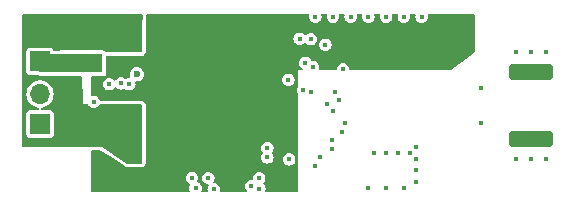
<source format=gbr>
%TF.GenerationSoftware,KiCad,Pcbnew,8.0.6-8.0.6-0~ubuntu24.04.1*%
%TF.CreationDate,2024-10-27T16:32:26+01:00*%
%TF.ProjectId,LoRa,4c6f5261-2e6b-4696-9361-645f70636258,rev?*%
%TF.SameCoordinates,Original*%
%TF.FileFunction,Copper,L4,Bot*%
%TF.FilePolarity,Positive*%
%FSLAX46Y46*%
G04 Gerber Fmt 4.6, Leading zero omitted, Abs format (unit mm)*
G04 Created by KiCad (PCBNEW 8.0.6-8.0.6-0~ubuntu24.04.1) date 2024-10-27 16:32:26*
%MOMM*%
%LPD*%
G01*
G04 APERTURE LIST*
G04 Aperture macros list*
%AMRoundRect*
0 Rectangle with rounded corners*
0 $1 Rounding radius*
0 $2 $3 $4 $5 $6 $7 $8 $9 X,Y pos of 4 corners*
0 Add a 4 corners polygon primitive as box body*
4,1,4,$2,$3,$4,$5,$6,$7,$8,$9,$2,$3,0*
0 Add four circle primitives for the rounded corners*
1,1,$1+$1,$2,$3*
1,1,$1+$1,$4,$5*
1,1,$1+$1,$6,$7*
1,1,$1+$1,$8,$9*
0 Add four rect primitives between the rounded corners*
20,1,$1+$1,$2,$3,$4,$5,0*
20,1,$1+$1,$4,$5,$6,$7,0*
20,1,$1+$1,$6,$7,$8,$9,0*
20,1,$1+$1,$8,$9,$2,$3,0*%
G04 Aperture macros list end*
%TA.AperFunction,ComponentPad*%
%ADD10R,1.700000X1.700000*%
%TD*%
%TA.AperFunction,ComponentPad*%
%ADD11O,1.700000X1.700000*%
%TD*%
%TA.AperFunction,SMDPad,CuDef*%
%ADD12RoundRect,0.250000X1.600000X-0.425000X1.600000X0.425000X-1.600000X0.425000X-1.600000X-0.425000X0*%
%TD*%
%TA.AperFunction,SMDPad,CuDef*%
%ADD13R,3.500000X1.600000*%
%TD*%
%TA.AperFunction,SMDPad,CuDef*%
%ADD14R,9.750000X12.200000*%
%TD*%
%TA.AperFunction,ViaPad*%
%ADD15C,0.600000*%
%TD*%
%TA.AperFunction,ViaPad*%
%ADD16C,0.450000*%
%TD*%
%TA.AperFunction,Conductor*%
%ADD17C,1.500000*%
%TD*%
G04 APERTURE END LIST*
D10*
%TO.P,J1,1,Pin_1*%
%TO.N,+5V*%
X98700000Y-73775000D03*
D11*
%TO.P,J1,2,Pin_2*%
%TO.N,GND*%
X98700000Y-71235000D03*
%TD*%
D10*
%TO.P,J2,1,Pin_1*%
%TO.N,UART0_TX*%
X98700000Y-79075000D03*
D11*
%TO.P,J2,2,Pin_2*%
%TO.N,UART0_RX*%
X98700000Y-76535000D03*
%TD*%
D12*
%TO.P,J6,2,Ext*%
%TO.N,GND*%
X140250000Y-74675000D03*
X140250000Y-80325000D03*
%TD*%
D13*
%TO.P,IC2,1,GND*%
%TO.N,GND*%
X102245000Y-79010000D03*
%TO.P,IC2,3,INPUT*%
%TO.N,+5V*%
X102245000Y-73930000D03*
D14*
%TO.P,IC2,4,OUTPUT*%
%TO.N,+3.3V*%
X112520000Y-76470000D03*
%TD*%
D15*
%TO.N,+3.3V*%
X114900000Y-70900000D03*
D16*
X116600000Y-79310000D03*
D15*
X135000000Y-72100000D03*
D16*
X106259670Y-83895738D03*
D15*
X135000000Y-70600000D03*
X113750000Y-72300000D03*
D16*
X118487500Y-84450000D03*
X106675000Y-84500000D03*
X103750000Y-76750000D03*
X103667500Y-82932500D03*
D15*
X113750000Y-72300000D03*
X135000000Y-71299997D03*
D16*
X103600000Y-81500000D03*
D15*
X114900000Y-70200000D03*
D16*
X103600000Y-82200000D03*
X106100000Y-84500000D03*
X103700000Y-75950000D03*
D15*
X135000000Y-72900000D03*
X113712500Y-70650000D03*
X112000000Y-79400000D03*
%TO.N,+5V*%
X101800000Y-73762500D03*
X100005000Y-73775000D03*
X100900000Y-73775000D03*
X102900000Y-73800000D03*
D16*
%TO.N,GND*%
X100500000Y-72500000D03*
X130500000Y-83000000D03*
X102500000Y-72500000D03*
X101000000Y-77500000D03*
X102000000Y-75500000D03*
X121150000Y-73900000D03*
X130500000Y-82000000D03*
X136000000Y-79000000D03*
X102500000Y-70000000D03*
X105500000Y-70000000D03*
X104000000Y-70000000D03*
X123500000Y-70000000D03*
X117950000Y-81900000D03*
X131000000Y-70000000D03*
X130500000Y-81000000D03*
X124500000Y-79000000D03*
X106750000Y-70000000D03*
X128000000Y-81500000D03*
X129000000Y-81500000D03*
X98000000Y-80500000D03*
X128000000Y-70000000D03*
X121800000Y-74230000D03*
X101000000Y-75500000D03*
X101500000Y-70000000D03*
X100500000Y-70000000D03*
X139000000Y-82000000D03*
X139000000Y-73000000D03*
X127000000Y-81500000D03*
X106950000Y-72650000D03*
X123500000Y-78000000D03*
X120680000Y-71840000D03*
X102000000Y-77500000D03*
X100000000Y-75500000D03*
X101000000Y-80500000D03*
X117950000Y-81100000D03*
X141500000Y-82000000D03*
X136000000Y-76000000D03*
X106960000Y-71230000D03*
X117250000Y-83670000D03*
X99500000Y-80500000D03*
X102000000Y-76500000D03*
X121610000Y-71890000D03*
X141500000Y-73000000D03*
X124254055Y-79748419D03*
X140250000Y-73000000D03*
X122000000Y-70000000D03*
X126500000Y-84500000D03*
X111560000Y-83630000D03*
X129500000Y-84500000D03*
X100500000Y-76500000D03*
X130000000Y-81500000D03*
X129500000Y-70000000D03*
X125000000Y-70000000D03*
X111862500Y-84500000D03*
X102500000Y-71000000D03*
X105550000Y-72650000D03*
X104150000Y-72450000D03*
X140250000Y-82000000D03*
X116570000Y-84320000D03*
X117270000Y-84560000D03*
X128000000Y-84500000D03*
X130500000Y-84000000D03*
X123000000Y-77374997D03*
X102500000Y-80500000D03*
X126500000Y-70000000D03*
%TO.N,Net-(IC1-DCC_FB)*%
X121600000Y-76400000D03*
X119792308Y-82070874D03*
%TO.N,+2V85*%
X122850000Y-72362500D03*
D15*
%TO.N,CSD*%
X106885000Y-74865000D03*
D16*
X124350000Y-74450000D03*
%TO.N,CRX*%
X124050000Y-77000000D03*
X113400000Y-84600000D03*
%TO.N,CTX*%
X123650000Y-76400000D03*
X119725736Y-75324264D03*
%TO.N,SX_MOSI*%
X122400000Y-81900000D03*
X104550000Y-75700000D03*
%TO.N,SX_MISO*%
X103246750Y-77201346D03*
X122000000Y-82600000D03*
%TO.N,SX_CS*%
X106251410Y-75701410D03*
X123400000Y-80450000D03*
%TO.N,SX_SCK*%
X105550000Y-75625002D03*
X123400000Y-81150000D03*
%TO.N,SX_NRES*%
X120981062Y-76201458D03*
X112950000Y-83650000D03*
%TD*%
D17*
%TO.N,+5V*%
X102245000Y-73930000D02*
X98855000Y-73930000D01*
X98855000Y-73930000D02*
X98700000Y-73775000D01*
%TD*%
%TA.AperFunction,Conductor*%
%TO.N,GND*%
G36*
X107343039Y-69770185D02*
G01*
X107388794Y-69822989D01*
X107400000Y-69874500D01*
X107400000Y-70154758D01*
X107389434Y-70204844D01*
X107347416Y-70300004D01*
X107347415Y-70300008D01*
X107344500Y-70325131D01*
X107344500Y-72876000D01*
X107324815Y-72943039D01*
X107272011Y-72988794D01*
X107220500Y-73000000D01*
X104341334Y-73000000D01*
X104274295Y-72980315D01*
X104253653Y-72963682D01*
X104233010Y-72943039D01*
X104167765Y-72877794D01*
X104147699Y-72868934D01*
X104064992Y-72832415D01*
X104039865Y-72829500D01*
X100450143Y-72829500D01*
X100450117Y-72829502D01*
X100425012Y-72832413D01*
X100425008Y-72832414D01*
X100342301Y-72868934D01*
X100292215Y-72879500D01*
X99939197Y-72879500D01*
X99872158Y-72859815D01*
X99826403Y-72807011D01*
X99825763Y-72805586D01*
X99802206Y-72752236D01*
X99802205Y-72752234D01*
X99722765Y-72672794D01*
X99619992Y-72627415D01*
X99594865Y-72624500D01*
X97805143Y-72624500D01*
X97805117Y-72624502D01*
X97780012Y-72627413D01*
X97780008Y-72627415D01*
X97677235Y-72672793D01*
X97597794Y-72752234D01*
X97552415Y-72855006D01*
X97552415Y-72855008D01*
X97549500Y-72880131D01*
X97549500Y-72899138D01*
X97529815Y-72966177D01*
X97513181Y-72986819D01*
X97500000Y-73000000D01*
X97500000Y-74750000D01*
X97500119Y-74750119D01*
X97566752Y-74769685D01*
X97588503Y-74790805D01*
X97589669Y-74789640D01*
X97597794Y-74797765D01*
X97677235Y-74877206D01*
X97780009Y-74922585D01*
X97805135Y-74925500D01*
X98488593Y-74925499D01*
X98536048Y-74934939D01*
X98548580Y-74940130D01*
X98751530Y-74980499D01*
X98751534Y-74980500D01*
X98751535Y-74980500D01*
X98958465Y-74980500D01*
X100292215Y-74980500D01*
X100342300Y-74991065D01*
X100425009Y-75027585D01*
X100450135Y-75030500D01*
X102135858Y-75030499D01*
X102202896Y-75050184D01*
X102248651Y-75102987D01*
X102259820Y-75151467D01*
X102303875Y-76952392D01*
X102314821Y-77399840D01*
X102677914Y-77400039D01*
X102744937Y-77419759D01*
X102785226Y-77462035D01*
X102787721Y-77466357D01*
X102787725Y-77466362D01*
X102787726Y-77466364D01*
X102871959Y-77576137D01*
X102981732Y-77660370D01*
X103109567Y-77713320D01*
X103232452Y-77729498D01*
X103246749Y-77731381D01*
X103246750Y-77731381D01*
X103246751Y-77731381D01*
X103259697Y-77729676D01*
X103383933Y-77713320D01*
X103511768Y-77660370D01*
X103621541Y-77576137D01*
X103705774Y-77466364D01*
X103705776Y-77466356D01*
X103707909Y-77462665D01*
X103710527Y-77460168D01*
X103710721Y-77459916D01*
X103710760Y-77459946D01*
X103758476Y-77414449D01*
X103815363Y-77400664D01*
X107220572Y-77402535D01*
X107287597Y-77422255D01*
X107333323Y-77475084D01*
X107344500Y-77526534D01*
X107344500Y-82323468D01*
X107324815Y-82390507D01*
X107272011Y-82436262D01*
X107219714Y-82447466D01*
X106154514Y-82440711D01*
X106087693Y-82420662D01*
X103903348Y-81000000D01*
X103790755Y-81000000D01*
X103743304Y-80990561D01*
X103737183Y-80988026D01*
X103668591Y-80978995D01*
X103600001Y-80969965D01*
X103599999Y-80969965D01*
X103531408Y-80978995D01*
X103462817Y-80988026D01*
X103456695Y-80990561D01*
X103409245Y-81000000D01*
X97324500Y-81000000D01*
X97257461Y-80980315D01*
X97211706Y-80927511D01*
X97200500Y-80876000D01*
X97200500Y-76535000D01*
X97544571Y-76535000D01*
X97564244Y-76747310D01*
X97618025Y-76936329D01*
X97622596Y-76952392D01*
X97622596Y-76952394D01*
X97717632Y-77143253D01*
X97767301Y-77209024D01*
X97846128Y-77313407D01*
X98003698Y-77457052D01*
X98184981Y-77569298D01*
X98383802Y-77646321D01*
X98556544Y-77678612D01*
X98618823Y-77710279D01*
X98654096Y-77770591D01*
X98651162Y-77840400D01*
X98610953Y-77897540D01*
X98546235Y-77923871D01*
X98533757Y-77924500D01*
X97805143Y-77924500D01*
X97805117Y-77924502D01*
X97780012Y-77927413D01*
X97780008Y-77927415D01*
X97677235Y-77972793D01*
X97597794Y-78052234D01*
X97552415Y-78155006D01*
X97552415Y-78155008D01*
X97549500Y-78180131D01*
X97549500Y-79969856D01*
X97549502Y-79969882D01*
X97552413Y-79994987D01*
X97552415Y-79994991D01*
X97597793Y-80097764D01*
X97597794Y-80097765D01*
X97677235Y-80177206D01*
X97780009Y-80222585D01*
X97805135Y-80225500D01*
X99594864Y-80225499D01*
X99594879Y-80225497D01*
X99594882Y-80225497D01*
X99619987Y-80222586D01*
X99619988Y-80222585D01*
X99619991Y-80222585D01*
X99722765Y-80177206D01*
X99802206Y-80097765D01*
X99847585Y-79994991D01*
X99850500Y-79969865D01*
X99850499Y-78180136D01*
X99850497Y-78180117D01*
X99847586Y-78155012D01*
X99847585Y-78155010D01*
X99847585Y-78155009D01*
X99802206Y-78052235D01*
X99722765Y-77972794D01*
X99722763Y-77972793D01*
X99619992Y-77927415D01*
X99594868Y-77924500D01*
X98866243Y-77924500D01*
X98799204Y-77904815D01*
X98753449Y-77852011D01*
X98743505Y-77782853D01*
X98772530Y-77719297D01*
X98831308Y-77681523D01*
X98843441Y-77678614D01*
X99016198Y-77646321D01*
X99215019Y-77569298D01*
X99396302Y-77457052D01*
X99553872Y-77313407D01*
X99682366Y-77143255D01*
X99777405Y-76952389D01*
X99835756Y-76747310D01*
X99855429Y-76535000D01*
X99835756Y-76322690D01*
X99777405Y-76117611D01*
X99777403Y-76117606D01*
X99777403Y-76117605D01*
X99682367Y-75926746D01*
X99553872Y-75756593D01*
X99396302Y-75612948D01*
X99215019Y-75500702D01*
X99215017Y-75500701D01*
X99045377Y-75434983D01*
X99016198Y-75423679D01*
X98806610Y-75384500D01*
X98593390Y-75384500D01*
X98383802Y-75423679D01*
X98383799Y-75423679D01*
X98383799Y-75423680D01*
X98184982Y-75500701D01*
X98184980Y-75500702D01*
X98003699Y-75612947D01*
X97846127Y-75756593D01*
X97717632Y-75926746D01*
X97622596Y-76117605D01*
X97622596Y-76117607D01*
X97564244Y-76322689D01*
X97559378Y-76375209D01*
X97544571Y-76535000D01*
X97200500Y-76535000D01*
X97200500Y-69874500D01*
X97220185Y-69807461D01*
X97272989Y-69761706D01*
X97324500Y-69750500D01*
X107276000Y-69750500D01*
X107343039Y-69770185D01*
G37*
%TD.AperFunction*%
%TD*%
%TA.AperFunction,Conductor*%
%TO.N,+3.3V*%
G36*
X121476126Y-69772174D02*
G01*
X121497800Y-69824500D01*
X121492168Y-69852817D01*
X121488025Y-69862817D01*
X121488025Y-69862818D01*
X121469965Y-70000000D01*
X121488025Y-70137182D01*
X121540975Y-70265016D01*
X121540976Y-70265018D01*
X121625209Y-70374791D01*
X121734982Y-70459024D01*
X121862817Y-70511974D01*
X122000000Y-70530035D01*
X122137183Y-70511974D01*
X122265018Y-70459024D01*
X122374791Y-70374791D01*
X122459024Y-70265018D01*
X122511974Y-70137183D01*
X122530035Y-70000000D01*
X122511974Y-69862817D01*
X122507832Y-69852817D01*
X122507834Y-69796180D01*
X122547883Y-69756132D01*
X122576200Y-69750500D01*
X122923800Y-69750500D01*
X122976126Y-69772174D01*
X122997800Y-69824500D01*
X122992168Y-69852817D01*
X122988025Y-69862817D01*
X122988025Y-69862818D01*
X122969965Y-70000000D01*
X122988025Y-70137182D01*
X123040975Y-70265016D01*
X123040976Y-70265018D01*
X123125209Y-70374791D01*
X123234982Y-70459024D01*
X123362817Y-70511974D01*
X123500000Y-70530035D01*
X123637183Y-70511974D01*
X123765018Y-70459024D01*
X123874791Y-70374791D01*
X123959024Y-70265018D01*
X124011974Y-70137183D01*
X124030035Y-70000000D01*
X124011974Y-69862817D01*
X124007832Y-69852817D01*
X124007834Y-69796180D01*
X124047883Y-69756132D01*
X124076200Y-69750500D01*
X124423800Y-69750500D01*
X124476126Y-69772174D01*
X124497800Y-69824500D01*
X124492168Y-69852817D01*
X124488025Y-69862817D01*
X124488025Y-69862818D01*
X124469965Y-70000000D01*
X124488025Y-70137182D01*
X124540975Y-70265016D01*
X124540976Y-70265018D01*
X124625209Y-70374791D01*
X124734982Y-70459024D01*
X124862817Y-70511974D01*
X125000000Y-70530035D01*
X125137183Y-70511974D01*
X125265018Y-70459024D01*
X125374791Y-70374791D01*
X125459024Y-70265018D01*
X125511974Y-70137183D01*
X125530035Y-70000000D01*
X125511974Y-69862817D01*
X125507832Y-69852817D01*
X125507834Y-69796180D01*
X125547883Y-69756132D01*
X125576200Y-69750500D01*
X125923800Y-69750500D01*
X125976126Y-69772174D01*
X125997800Y-69824500D01*
X125992168Y-69852817D01*
X125988025Y-69862817D01*
X125988025Y-69862818D01*
X125969965Y-70000000D01*
X125988025Y-70137182D01*
X126040975Y-70265016D01*
X126040976Y-70265018D01*
X126125209Y-70374791D01*
X126234982Y-70459024D01*
X126362817Y-70511974D01*
X126500000Y-70530035D01*
X126637183Y-70511974D01*
X126765018Y-70459024D01*
X126874791Y-70374791D01*
X126959024Y-70265018D01*
X127011974Y-70137183D01*
X127030035Y-70000000D01*
X127011974Y-69862817D01*
X127007832Y-69852817D01*
X127007834Y-69796180D01*
X127047883Y-69756132D01*
X127076200Y-69750500D01*
X127423800Y-69750500D01*
X127476126Y-69772174D01*
X127497800Y-69824500D01*
X127492168Y-69852817D01*
X127488025Y-69862817D01*
X127488025Y-69862818D01*
X127469965Y-70000000D01*
X127488025Y-70137182D01*
X127540975Y-70265016D01*
X127540976Y-70265018D01*
X127625209Y-70374791D01*
X127734982Y-70459024D01*
X127862817Y-70511974D01*
X128000000Y-70530035D01*
X128137183Y-70511974D01*
X128265018Y-70459024D01*
X128374791Y-70374791D01*
X128459024Y-70265018D01*
X128511974Y-70137183D01*
X128530035Y-70000000D01*
X128511974Y-69862817D01*
X128507832Y-69852817D01*
X128507834Y-69796180D01*
X128547883Y-69756132D01*
X128576200Y-69750500D01*
X128923800Y-69750500D01*
X128976126Y-69772174D01*
X128997800Y-69824500D01*
X128992168Y-69852817D01*
X128988025Y-69862817D01*
X128988025Y-69862818D01*
X128969965Y-70000000D01*
X128988025Y-70137182D01*
X129040975Y-70265016D01*
X129040976Y-70265018D01*
X129125209Y-70374791D01*
X129234982Y-70459024D01*
X129362817Y-70511974D01*
X129500000Y-70530035D01*
X129637183Y-70511974D01*
X129765018Y-70459024D01*
X129874791Y-70374791D01*
X129959024Y-70265018D01*
X130011974Y-70137183D01*
X130030035Y-70000000D01*
X130011974Y-69862817D01*
X130007832Y-69852817D01*
X130007834Y-69796180D01*
X130047883Y-69756132D01*
X130076200Y-69750500D01*
X130423800Y-69750500D01*
X130476126Y-69772174D01*
X130497800Y-69824500D01*
X130492168Y-69852817D01*
X130488025Y-69862817D01*
X130488025Y-69862818D01*
X130469965Y-70000000D01*
X130488025Y-70137182D01*
X130540975Y-70265016D01*
X130540976Y-70265018D01*
X130625209Y-70374791D01*
X130734982Y-70459024D01*
X130862817Y-70511974D01*
X131000000Y-70530035D01*
X131137183Y-70511974D01*
X131265018Y-70459024D01*
X131374791Y-70374791D01*
X131459024Y-70265018D01*
X131511974Y-70137183D01*
X131530035Y-70000000D01*
X131511974Y-69862817D01*
X131507832Y-69852817D01*
X131507834Y-69796180D01*
X131547883Y-69756132D01*
X131576200Y-69750500D01*
X135426000Y-69750500D01*
X135478326Y-69772174D01*
X135500000Y-69824500D01*
X135500000Y-72963000D01*
X135478326Y-73015326D01*
X135470400Y-73022200D01*
X133519733Y-74485200D01*
X133475333Y-74500000D01*
X124951514Y-74500000D01*
X124899188Y-74478326D01*
X124878147Y-74435659D01*
X124861974Y-74312817D01*
X124839814Y-74259318D01*
X124809024Y-74184983D01*
X124793705Y-74165019D01*
X124724793Y-74075211D01*
X124724792Y-74075210D01*
X124615019Y-73990977D01*
X124615018Y-73990976D01*
X124552267Y-73964984D01*
X124487182Y-73938025D01*
X124350000Y-73919965D01*
X124212817Y-73938025D01*
X124084984Y-73990975D01*
X123975209Y-74075209D01*
X123890975Y-74184984D01*
X123838025Y-74312817D01*
X123821853Y-74435659D01*
X123793534Y-74484708D01*
X123748486Y-74500000D01*
X122367708Y-74500000D01*
X122315382Y-74478326D01*
X122293708Y-74426000D01*
X122299341Y-74397682D01*
X122311974Y-74367182D01*
X122313048Y-74359022D01*
X122330035Y-74230000D01*
X122311974Y-74092817D01*
X122259024Y-73964983D01*
X122238339Y-73938026D01*
X122174793Y-73855211D01*
X122174792Y-73855210D01*
X122065019Y-73770977D01*
X122065018Y-73770976D01*
X122065016Y-73770975D01*
X121937182Y-73718025D01*
X121818060Y-73702342D01*
X121800000Y-73699965D01*
X121799999Y-73699965D01*
X121700720Y-73713035D01*
X121646012Y-73698376D01*
X121622694Y-73667986D01*
X121609024Y-73634984D01*
X121609022Y-73634980D01*
X121524793Y-73525211D01*
X121524792Y-73525210D01*
X121415019Y-73440977D01*
X121415018Y-73440976D01*
X121415016Y-73440975D01*
X121287182Y-73388025D01*
X121150000Y-73369965D01*
X121012817Y-73388025D01*
X120884984Y-73440975D01*
X120775209Y-73525209D01*
X120690975Y-73634984D01*
X120638025Y-73762817D01*
X120619965Y-73900000D01*
X120638025Y-74037182D01*
X120653777Y-74075210D01*
X120690976Y-74165018D01*
X120775209Y-74274791D01*
X120884982Y-74359024D01*
X120884987Y-74359026D01*
X120889178Y-74361446D01*
X120887807Y-74363819D01*
X120921670Y-74397673D01*
X120921677Y-74454310D01*
X120881633Y-74494364D01*
X120853306Y-74500000D01*
X120500000Y-74500000D01*
X120500000Y-75974927D01*
X120494367Y-76003245D01*
X120469087Y-76064275D01*
X120451027Y-76201458D01*
X120469087Y-76338640D01*
X120494367Y-76399670D01*
X120500000Y-76427988D01*
X120500000Y-84775500D01*
X120478326Y-84827826D01*
X120426000Y-84849500D01*
X117829631Y-84849500D01*
X117777305Y-84827826D01*
X117755631Y-84775500D01*
X117761264Y-84747182D01*
X117781974Y-84697183D01*
X117800035Y-84560000D01*
X117781974Y-84422817D01*
X117729024Y-84294983D01*
X117706031Y-84265018D01*
X117644793Y-84185211D01*
X117644792Y-84185210D01*
X117641673Y-84182817D01*
X117619801Y-84166033D01*
X117591484Y-84116984D01*
X117606143Y-84062277D01*
X117619801Y-84048619D01*
X117624791Y-84044791D01*
X117709024Y-83935018D01*
X117761974Y-83807183D01*
X117780035Y-83670000D01*
X117761974Y-83532817D01*
X117709024Y-83404983D01*
X117693678Y-83384984D01*
X117624793Y-83295211D01*
X117624792Y-83295210D01*
X117572663Y-83255209D01*
X117515018Y-83210976D01*
X117515016Y-83210975D01*
X117387182Y-83158025D01*
X117250000Y-83139965D01*
X117112817Y-83158025D01*
X116984984Y-83210975D01*
X116875209Y-83295209D01*
X116790975Y-83404984D01*
X116738025Y-83532817D01*
X116719965Y-83670000D01*
X116726094Y-83716559D01*
X116711435Y-83771266D01*
X116662385Y-83799584D01*
X116643069Y-83799584D01*
X116570000Y-83789965D01*
X116432817Y-83808025D01*
X116304984Y-83860975D01*
X116195209Y-83945209D01*
X116110975Y-84054984D01*
X116058025Y-84182817D01*
X116039965Y-84320000D01*
X116058025Y-84457182D01*
X116100613Y-84560000D01*
X116110976Y-84585018D01*
X116195209Y-84694791D01*
X116223882Y-84716793D01*
X116252200Y-84765842D01*
X116237541Y-84820549D01*
X116188491Y-84848867D01*
X116178833Y-84849500D01*
X113976199Y-84849500D01*
X113923873Y-84827826D01*
X113902199Y-84775500D01*
X113907832Y-84747182D01*
X113911974Y-84737183D01*
X113930035Y-84600000D01*
X113911974Y-84462817D01*
X113859024Y-84334983D01*
X113828331Y-84294983D01*
X113774793Y-84225211D01*
X113774792Y-84225210D01*
X113748142Y-84204760D01*
X113665018Y-84140976D01*
X113655861Y-84137183D01*
X113537182Y-84088025D01*
X113427284Y-84073557D01*
X113378235Y-84045238D01*
X113363576Y-83990531D01*
X113378234Y-83955142D01*
X113409024Y-83915018D01*
X113461974Y-83787183D01*
X113480035Y-83650000D01*
X113461974Y-83512817D01*
X113409024Y-83384983D01*
X113409022Y-83384980D01*
X113324793Y-83275211D01*
X113324792Y-83275210D01*
X113215019Y-83190977D01*
X113215018Y-83190976D01*
X113215016Y-83190975D01*
X113087182Y-83138025D01*
X112950000Y-83119965D01*
X112812817Y-83138025D01*
X112684984Y-83190975D01*
X112575209Y-83275209D01*
X112490975Y-83384984D01*
X112438025Y-83512817D01*
X112419965Y-83650000D01*
X112438025Y-83787182D01*
X112490975Y-83915016D01*
X112490976Y-83915018D01*
X112575209Y-84024791D01*
X112684982Y-84109024D01*
X112812817Y-84161974D01*
X112922716Y-84176442D01*
X112971764Y-84204760D01*
X112986423Y-84259468D01*
X112971765Y-84294856D01*
X112940977Y-84334981D01*
X112940975Y-84334984D01*
X112888025Y-84462817D01*
X112869965Y-84600000D01*
X112888025Y-84737180D01*
X112888025Y-84737182D01*
X112888026Y-84737183D01*
X112892168Y-84747182D01*
X112892168Y-84803818D01*
X112852120Y-84843867D01*
X112823801Y-84849500D01*
X112397279Y-84849500D01*
X112344953Y-84827826D01*
X112323279Y-84775500D01*
X112328912Y-84747182D01*
X112374474Y-84637182D01*
X112379369Y-84600000D01*
X112392535Y-84500000D01*
X112374474Y-84362817D01*
X112321524Y-84234983D01*
X112321522Y-84234980D01*
X112237293Y-84125211D01*
X112237292Y-84125210D01*
X112216199Y-84109024D01*
X112127518Y-84040976D01*
X112127516Y-84040975D01*
X112049302Y-84008578D01*
X112009253Y-83968530D01*
X112009253Y-83911893D01*
X112018915Y-83895159D01*
X112019024Y-83895018D01*
X112071974Y-83767183D01*
X112090035Y-83630000D01*
X112071974Y-83492817D01*
X112019024Y-83364983D01*
X111965485Y-83295210D01*
X111934793Y-83255211D01*
X111934792Y-83255210D01*
X111877148Y-83210977D01*
X111825018Y-83170976D01*
X111825016Y-83170975D01*
X111697182Y-83118025D01*
X111560000Y-83099965D01*
X111422817Y-83118025D01*
X111294984Y-83170975D01*
X111185209Y-83255209D01*
X111100975Y-83364984D01*
X111048025Y-83492817D01*
X111029965Y-83630000D01*
X111048025Y-83767182D01*
X111087638Y-83862817D01*
X111100976Y-83895018D01*
X111185209Y-84004791D01*
X111294982Y-84089024D01*
X111373198Y-84121421D01*
X111413247Y-84161469D01*
X111413247Y-84218106D01*
X111403591Y-84234832D01*
X111403479Y-84234977D01*
X111403475Y-84234984D01*
X111350525Y-84362817D01*
X111332465Y-84500000D01*
X111350525Y-84637182D01*
X111396088Y-84747182D01*
X111396088Y-84803819D01*
X111356039Y-84843867D01*
X111327721Y-84849500D01*
X103074000Y-84849500D01*
X103021674Y-84827826D01*
X103000000Y-84775500D01*
X103000000Y-81379500D01*
X103021674Y-81327174D01*
X103074000Y-81305500D01*
X103409244Y-81305500D01*
X103409245Y-81305500D01*
X103468849Y-81299629D01*
X103516299Y-81290190D01*
X103516709Y-81290065D01*
X103517333Y-81289930D01*
X103518062Y-81289748D01*
X103518067Y-81289771D01*
X103528536Y-81287508D01*
X103554177Y-81284133D01*
X103571282Y-81281881D01*
X103571283Y-81281882D01*
X103590349Y-81279372D01*
X103609659Y-81279372D01*
X103621663Y-81280952D01*
X103628712Y-81281880D01*
X103628712Y-81281881D01*
X103671468Y-81287510D01*
X103681945Y-81289774D01*
X103681951Y-81289751D01*
X103682668Y-81289930D01*
X103683287Y-81290064D01*
X103683701Y-81290190D01*
X103731152Y-81299629D01*
X103790755Y-81305500D01*
X103790792Y-81305500D01*
X103790800Y-81305502D01*
X103792563Y-81305589D01*
X103792558Y-81305677D01*
X103792563Y-81305678D01*
X103792554Y-81305766D01*
X103792541Y-81306018D01*
X103831138Y-81317466D01*
X104582066Y-81805857D01*
X105906340Y-82667143D01*
X105921132Y-82676763D01*
X105999890Y-82713272D01*
X105999891Y-82713272D01*
X105999897Y-82713275D01*
X106066718Y-82733324D01*
X106152577Y-82746205D01*
X107217777Y-82752960D01*
X107283711Y-82746188D01*
X107336008Y-82734984D01*
X107375158Y-82723822D01*
X107472071Y-82667143D01*
X107524875Y-82621388D01*
X107567053Y-82576655D01*
X107617939Y-82476579D01*
X107637624Y-82409540D01*
X107650000Y-82323468D01*
X107650000Y-81100000D01*
X117419965Y-81100000D01*
X117438025Y-81237182D01*
X117475301Y-81327174D01*
X117490976Y-81365018D01*
X117559985Y-81454951D01*
X117574644Y-81509657D01*
X117559985Y-81545047D01*
X117490977Y-81634980D01*
X117490975Y-81634984D01*
X117438025Y-81762817D01*
X117419965Y-81900000D01*
X117438025Y-82037182D01*
X117490975Y-82165016D01*
X117490976Y-82165018D01*
X117575209Y-82274791D01*
X117684982Y-82359024D01*
X117812817Y-82411974D01*
X117950000Y-82430035D01*
X118087183Y-82411974D01*
X118215018Y-82359024D01*
X118324791Y-82274791D01*
X118409024Y-82165018D01*
X118448019Y-82070874D01*
X119262273Y-82070874D01*
X119280333Y-82208056D01*
X119328136Y-82323463D01*
X119333284Y-82335892D01*
X119417517Y-82445665D01*
X119527290Y-82529898D01*
X119655125Y-82582848D01*
X119792308Y-82600909D01*
X119929491Y-82582848D01*
X120057326Y-82529898D01*
X120167099Y-82445665D01*
X120251332Y-82335892D01*
X120304282Y-82208057D01*
X120322343Y-82070874D01*
X120304282Y-81933691D01*
X120251332Y-81805857D01*
X120218306Y-81762817D01*
X120167101Y-81696085D01*
X120167100Y-81696084D01*
X120074736Y-81625209D01*
X120057326Y-81611850D01*
X120057324Y-81611849D01*
X119929490Y-81558899D01*
X119792308Y-81540839D01*
X119655125Y-81558899D01*
X119527292Y-81611849D01*
X119417517Y-81696083D01*
X119333283Y-81805858D01*
X119280333Y-81933691D01*
X119262273Y-82070874D01*
X118448019Y-82070874D01*
X118461974Y-82037183D01*
X118480035Y-81900000D01*
X118461974Y-81762817D01*
X118409024Y-81634983D01*
X118340013Y-81545047D01*
X118325355Y-81490341D01*
X118340015Y-81454951D01*
X118409019Y-81365025D01*
X118409019Y-81365023D01*
X118409024Y-81365018D01*
X118461974Y-81237183D01*
X118480035Y-81100000D01*
X118461974Y-80962817D01*
X118409024Y-80834983D01*
X118409022Y-80834980D01*
X118324793Y-80725211D01*
X118324792Y-80725210D01*
X118215019Y-80640977D01*
X118215018Y-80640976D01*
X118215016Y-80640975D01*
X118087182Y-80588025D01*
X117950000Y-80569965D01*
X117812817Y-80588025D01*
X117684984Y-80640975D01*
X117575209Y-80725209D01*
X117490975Y-80834984D01*
X117438025Y-80962817D01*
X117419965Y-81100000D01*
X107650000Y-81100000D01*
X107650000Y-77526534D01*
X107643037Y-77461680D01*
X107631860Y-77410230D01*
X107620940Y-77372095D01*
X107620938Y-77372091D01*
X107620937Y-77372089D01*
X107564315Y-77275152D01*
X107564314Y-77275150D01*
X107518588Y-77222321D01*
X107518582Y-77222315D01*
X107518578Y-77222311D01*
X107473876Y-77180118D01*
X107473872Y-77180115D01*
X107373833Y-77129180D01*
X107373827Y-77129177D01*
X107306807Y-77109458D01*
X107306803Y-77109457D01*
X107220745Y-77097035D01*
X107220733Y-77097034D01*
X103859866Y-77095188D01*
X103820969Y-77095166D01*
X103768656Y-77073464D01*
X103752644Y-77049485D01*
X103724584Y-76981742D01*
X103705774Y-76936329D01*
X103705772Y-76936326D01*
X103621543Y-76826557D01*
X103621542Y-76826556D01*
X103511769Y-76742323D01*
X103511768Y-76742322D01*
X103494050Y-76734983D01*
X103383932Y-76689371D01*
X103246750Y-76671311D01*
X103109569Y-76689371D01*
X103102315Y-76692376D01*
X103045678Y-76692373D01*
X103005631Y-76652322D01*
X103000000Y-76624007D01*
X103000000Y-75700000D01*
X104019965Y-75700000D01*
X104038025Y-75837182D01*
X104084190Y-75948635D01*
X104090976Y-75965018D01*
X104175209Y-76074791D01*
X104284982Y-76159024D01*
X104412817Y-76211974D01*
X104550000Y-76230035D01*
X104687183Y-76211974D01*
X104815018Y-76159024D01*
X104924791Y-76074791D01*
X105009024Y-75965018D01*
X105009027Y-75965009D01*
X105011446Y-75960822D01*
X105012702Y-75961547D01*
X105048914Y-75925322D01*
X105105551Y-75925311D01*
X105135952Y-75948634D01*
X105175209Y-75999793D01*
X105284982Y-76084026D01*
X105412817Y-76136976D01*
X105550000Y-76155037D01*
X105687183Y-76136976D01*
X105749134Y-76111315D01*
X105819500Y-76082170D01*
X105820324Y-76084159D01*
X105869293Y-76077693D01*
X105895217Y-76090472D01*
X105986384Y-76160429D01*
X105986389Y-76160431D01*
X105986392Y-76160434D01*
X106114227Y-76213384D01*
X106251410Y-76231445D01*
X106388593Y-76213384D01*
X106516428Y-76160434D01*
X106626201Y-76076201D01*
X106710434Y-75966428D01*
X106763384Y-75838593D01*
X106781445Y-75701410D01*
X106763384Y-75564227D01*
X106763382Y-75564223D01*
X106762130Y-75559547D01*
X106764439Y-75558927D01*
X106764427Y-75510147D01*
X106804465Y-75470088D01*
X106842458Y-75465081D01*
X106885000Y-75470682D01*
X107041762Y-75450044D01*
X107187841Y-75389536D01*
X107272905Y-75324264D01*
X119195701Y-75324264D01*
X119213761Y-75461446D01*
X119255750Y-75562817D01*
X119266712Y-75589282D01*
X119350945Y-75699055D01*
X119460718Y-75783288D01*
X119588553Y-75836238D01*
X119725736Y-75854299D01*
X119862919Y-75836238D01*
X119990754Y-75783288D01*
X120100527Y-75699055D01*
X120184760Y-75589282D01*
X120237710Y-75461447D01*
X120255771Y-75324264D01*
X120237710Y-75187081D01*
X120184760Y-75059247D01*
X120125644Y-74982206D01*
X120100529Y-74949475D01*
X120100528Y-74949474D01*
X120047814Y-74909024D01*
X119990754Y-74865240D01*
X119990175Y-74865000D01*
X119862918Y-74812289D01*
X119725736Y-74794229D01*
X119588553Y-74812289D01*
X119460720Y-74865239D01*
X119350945Y-74949473D01*
X119266711Y-75059248D01*
X119213761Y-75187081D01*
X119195701Y-75324264D01*
X107272905Y-75324264D01*
X107313282Y-75293282D01*
X107409536Y-75167841D01*
X107470044Y-75021762D01*
X107490682Y-74865000D01*
X107470044Y-74708238D01*
X107409536Y-74562159D01*
X107357515Y-74494364D01*
X107313284Y-74436720D01*
X107313279Y-74436715D01*
X107187841Y-74340464D01*
X107041761Y-74279955D01*
X106885000Y-74259318D01*
X106728239Y-74279955D01*
X106728238Y-74279955D01*
X106582158Y-74340464D01*
X106456720Y-74436715D01*
X106456715Y-74436720D01*
X106360464Y-74562158D01*
X106299955Y-74708238D01*
X106299955Y-74708239D01*
X106279318Y-74865000D01*
X106299955Y-75021760D01*
X106299955Y-75021761D01*
X106319546Y-75069056D01*
X106319546Y-75125693D01*
X106279498Y-75165742D01*
X106256171Y-75170381D01*
X106256219Y-75170742D01*
X106251410Y-75171375D01*
X106239337Y-75172964D01*
X106114227Y-75189435D01*
X105981912Y-75244242D01*
X105981094Y-75242269D01*
X105932054Y-75248701D01*
X105906194Y-75235941D01*
X105815018Y-75165978D01*
X105815016Y-75165977D01*
X105687182Y-75113027D01*
X105550000Y-75094967D01*
X105412817Y-75113027D01*
X105284984Y-75165977D01*
X105175209Y-75250211D01*
X105090975Y-75359986D01*
X105088552Y-75364184D01*
X105087300Y-75363461D01*
X105051059Y-75399689D01*
X104994422Y-75399679D01*
X104964045Y-75376365D01*
X104924793Y-75325211D01*
X104924792Y-75325210D01*
X104883184Y-75293282D01*
X104815018Y-75240976D01*
X104802860Y-75235940D01*
X104687182Y-75188025D01*
X104550000Y-75169965D01*
X104412817Y-75188025D01*
X104284984Y-75240975D01*
X104175209Y-75325209D01*
X104090975Y-75434984D01*
X104038025Y-75562817D01*
X104019965Y-75700000D01*
X103000000Y-75700000D01*
X103000000Y-75104499D01*
X103021674Y-75052173D01*
X103074000Y-75030499D01*
X104039863Y-75030499D01*
X104039864Y-75030499D01*
X104064991Y-75027585D01*
X104167765Y-74982206D01*
X104247206Y-74902765D01*
X104292585Y-74799991D01*
X104295500Y-74774865D01*
X104295499Y-73379499D01*
X104317173Y-73327174D01*
X104369499Y-73305500D01*
X107220501Y-73305500D01*
X107226805Y-73304822D01*
X107285441Y-73298518D01*
X107336952Y-73287312D01*
X107375158Y-73276354D01*
X107472071Y-73219675D01*
X107524875Y-73173920D01*
X107567053Y-73129187D01*
X107617939Y-73029111D01*
X107637624Y-72962072D01*
X107650000Y-72876000D01*
X107650000Y-71840000D01*
X120149965Y-71840000D01*
X120168025Y-71977182D01*
X120188736Y-72027183D01*
X120220976Y-72105018D01*
X120305209Y-72214791D01*
X120414982Y-72299024D01*
X120542817Y-72351974D01*
X120680000Y-72370035D01*
X120817183Y-72351974D01*
X120945018Y-72299024D01*
X121054791Y-72214791D01*
X121067109Y-72198737D01*
X121116156Y-72170419D01*
X121170863Y-72185077D01*
X121184520Y-72198733D01*
X121235209Y-72264791D01*
X121344982Y-72349024D01*
X121472817Y-72401974D01*
X121610000Y-72420035D01*
X121747183Y-72401974D01*
X121842483Y-72362500D01*
X122319965Y-72362500D01*
X122338025Y-72499682D01*
X122390975Y-72627516D01*
X122390976Y-72627518D01*
X122475209Y-72737291D01*
X122584982Y-72821524D01*
X122712817Y-72874474D01*
X122850000Y-72892535D01*
X122987183Y-72874474D01*
X123115018Y-72821524D01*
X123224791Y-72737291D01*
X123309024Y-72627518D01*
X123361974Y-72499683D01*
X123380035Y-72362500D01*
X123361974Y-72225317D01*
X123309024Y-72097483D01*
X123224791Y-71987709D01*
X123115018Y-71903476D01*
X123115016Y-71903475D01*
X122987182Y-71850525D01*
X122850000Y-71832465D01*
X122712817Y-71850525D01*
X122584984Y-71903475D01*
X122475209Y-71987709D01*
X122390975Y-72097484D01*
X122338025Y-72225317D01*
X122319965Y-72362500D01*
X121842483Y-72362500D01*
X121875018Y-72349024D01*
X121984791Y-72264791D01*
X122069024Y-72155018D01*
X122121974Y-72027183D01*
X122140035Y-71890000D01*
X122121974Y-71752817D01*
X122069024Y-71624983D01*
X122063336Y-71617570D01*
X121984793Y-71515211D01*
X121984792Y-71515210D01*
X121919631Y-71465209D01*
X121875018Y-71430976D01*
X121875016Y-71430975D01*
X121747182Y-71378025D01*
X121610000Y-71359965D01*
X121472817Y-71378025D01*
X121344984Y-71430975D01*
X121235208Y-71515210D01*
X121235207Y-71515211D01*
X121222889Y-71531264D01*
X121173839Y-71559580D01*
X121119132Y-71544919D01*
X121105475Y-71531261D01*
X121054793Y-71465211D01*
X121054792Y-71465210D01*
X121010180Y-71430977D01*
X120945018Y-71380976D01*
X120937894Y-71378025D01*
X120817182Y-71328025D01*
X120680000Y-71309965D01*
X120542817Y-71328025D01*
X120414984Y-71380975D01*
X120305209Y-71465209D01*
X120220975Y-71574984D01*
X120168025Y-71702817D01*
X120149965Y-71840000D01*
X107650000Y-71840000D01*
X107650000Y-70386663D01*
X107656306Y-70356772D01*
X107668903Y-70328244D01*
X107688355Y-70267904D01*
X107698921Y-70217818D01*
X107705500Y-70154758D01*
X107705500Y-69874500D01*
X107700975Y-69832410D01*
X107716931Y-69778067D01*
X107766641Y-69750924D01*
X107774551Y-69750500D01*
X121423800Y-69750500D01*
X121476126Y-69772174D01*
G37*
%TD.AperFunction*%
%TD*%
M02*

</source>
